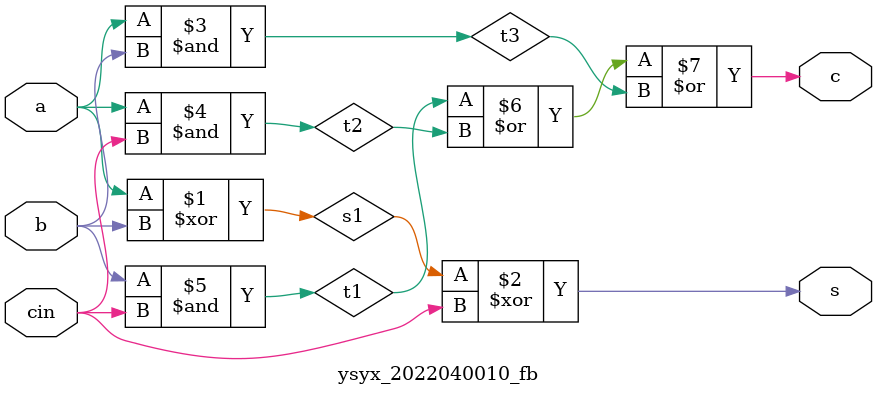
<source format=v>

`include "defines.v"
`timescale 1ns / 1ps



module ysyx_2022040010_fb (
  input  a,b,cin,
  output s,c
);
  wire s1,t1,t2,t3;
  assign s1 = a^b;
  assign s = s1^cin;
  assign t3 = a&b;
  assign t2 = a&cin;
  assign t1 = b&cin;
  assign c = t1|t2|t3;
endmodule



</source>
